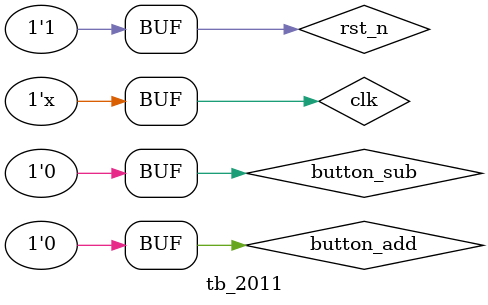
<source format=v>
/*-----------------------------------------------------------------------

Date				:		2017-XX-XX
Description			:		Design for LCD1602 Display.

-----------------------------------------------------------------------*/
`timescale	1ns/1ns
module tb_2011();
reg			clk;
reg			rst_n;
reg			button_add;
reg			button_sub;
wire		signal_v1;
wire		signal_v1_clk;
wire		signal_v3; 

pro_2017	tb_inst
(
	//global clock
	.clk(clk),			//system clock
	.rst_n(rst_n),     		//sync reset
	
	//button interface
	.button_add(button_add),   	//
	.button_sub(button_sub) ,  	//

	//sig interface s数字信号发生器
	.signal_v1(signal_v1),		//
	.signal_v1_clk(signal_v1_clk),
	
	//sig interface s伪随机信号
	.signal_v3(signal_v3)	
); 
//--------------------------------
//Funtion :               

initial begin
	clk = 0;
	rst_n = 0;
	button_add = 0;
	button_sub = 0;
	#100;
	rst_n = 1;

end
always #10 clk =~ clk;
endmodule
	

</source>
